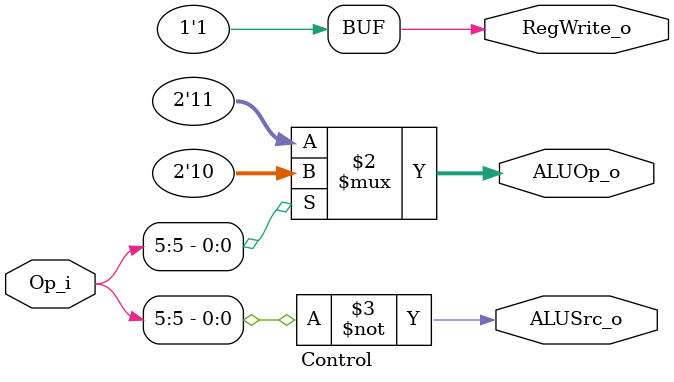
<source format=v>
module Control
(
    Op_i, 
    ALUOp_o,
    ALUSrc_o,
    RegWrite_o
);

// Ports
input   [6:0]       Op_i;
output  [1:0]       ALUOp_o;
output              ALUSrc_o;
output              RegWrite_o;

assign ALUOp_o = (Op_i[5] == 1) ? 2'b10 : 2'b11;
assign ALUSrc_o = ~Op_i[5];
assign RegWrite_o = 1;

endmodule
</source>
